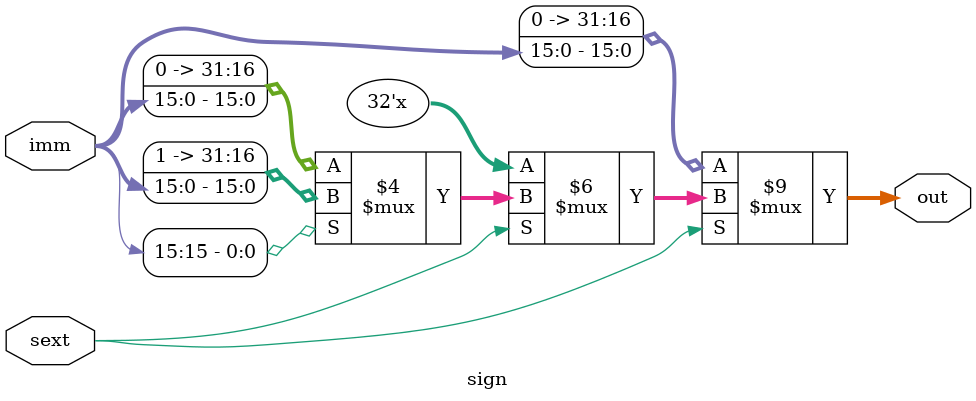
<source format=v>
`timescale 1ns / 1ps


module sign(imm, sext, out);
    input   [15:0]  imm;
    input           sext;
    output reg [31:0]   out;
    
    always @(*) begin
        if (sext) begin
            if (imm[15])
                out = {16'hffff, imm[15:0]};
            else 
                out = {16'h0000, imm[15:0]};
        end
        else 
            out = {16'h0000, imm[15:0]};
    end
endmodule

</source>
